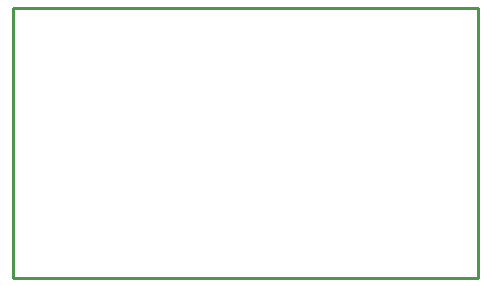
<source format=gbr>
G04 start of page 4 for group 2 idx 2 *
G04 Title: (unknown), outline *
G04 Creator: pcb 20140316 *
G04 CreationDate: Fri 22 Jan 2016 05:15:40 PM GMT UTC *
G04 For: ndholmes *
G04 Format: Gerber/RS-274X *
G04 PCB-Dimensions (mil): 1550.00 900.00 *
G04 PCB-Coordinate-Origin: lower left *
%MOIN*%
%FSLAX25Y25*%
%LNOUTLINE*%
%ADD38C,0.0100*%
G54D38*X0Y90000D02*Y0D01*
X155000D01*
Y90000D01*
X0D01*
M02*

</source>
